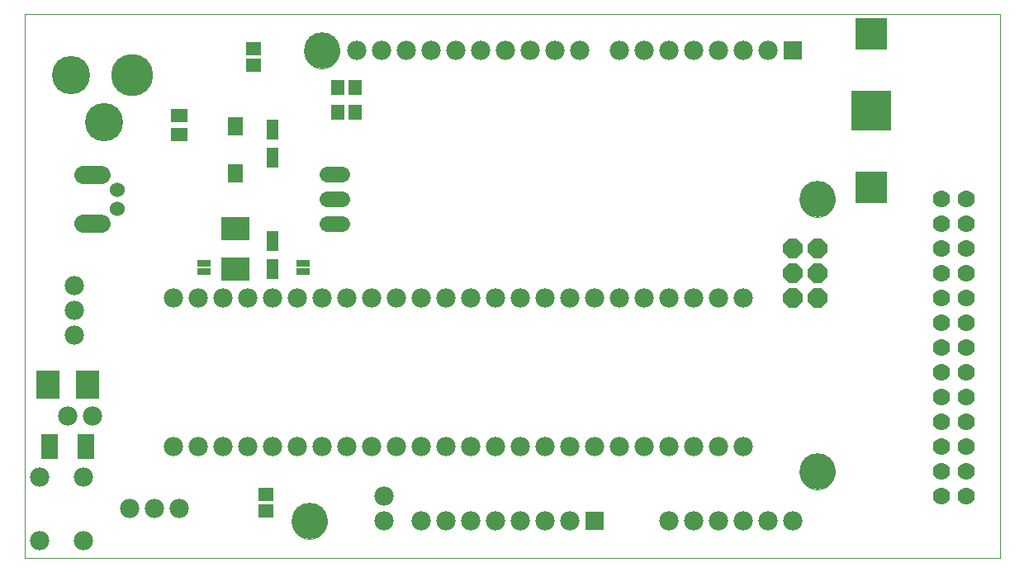
<source format=gts>
G75*
G70*
%OFA0B0*%
%FSLAX24Y24*%
%IPPOS*%
%LPD*%
%AMOC8*
5,1,8,0,0,1.08239X$1,22.5*
%
%ADD10C,0.0000*%
%ADD11C,0.1457*%
%ADD12C,0.0780*%
%ADD13R,0.0780X0.0780*%
%ADD14OC8,0.0780*%
%ADD15R,0.0552X0.0631*%
%ADD16C,0.0600*%
%ADD17C,0.1700*%
%ADD18C,0.1542*%
%ADD19C,0.0745*%
%ADD20C,0.0640*%
%ADD21R,0.0512X0.0827*%
%ADD22R,0.1140X0.0940*%
%ADD23R,0.0619X0.0737*%
%ADD24R,0.0540X0.0290*%
%ADD25R,0.1600X0.1600*%
%ADD26R,0.1290X0.1290*%
%ADD27C,0.0700*%
%ADD28R,0.0631X0.0552*%
%ADD29R,0.0940X0.1140*%
%ADD30R,0.0709X0.1024*%
%ADD31R,0.0670X0.0552*%
D10*
X001500Y003413D02*
X001500Y025409D01*
X040870Y025409D01*
X040870Y003413D01*
X001500Y003413D01*
X012291Y004913D02*
X012293Y004966D01*
X012299Y005019D01*
X012309Y005071D01*
X012322Y005122D01*
X012340Y005172D01*
X012361Y005221D01*
X012386Y005268D01*
X012414Y005312D01*
X012446Y005355D01*
X012480Y005395D01*
X012518Y005433D01*
X012558Y005467D01*
X012601Y005499D01*
X012646Y005527D01*
X012692Y005552D01*
X012741Y005573D01*
X012791Y005591D01*
X012842Y005604D01*
X012894Y005614D01*
X012947Y005620D01*
X013000Y005622D01*
X013053Y005620D01*
X013106Y005614D01*
X013158Y005604D01*
X013209Y005591D01*
X013259Y005573D01*
X013308Y005552D01*
X013355Y005527D01*
X013399Y005499D01*
X013442Y005467D01*
X013482Y005433D01*
X013520Y005395D01*
X013554Y005355D01*
X013586Y005312D01*
X013614Y005267D01*
X013639Y005221D01*
X013660Y005172D01*
X013678Y005122D01*
X013691Y005071D01*
X013701Y005019D01*
X013707Y004966D01*
X013709Y004913D01*
X013707Y004860D01*
X013701Y004807D01*
X013691Y004755D01*
X013678Y004704D01*
X013660Y004654D01*
X013639Y004605D01*
X013614Y004558D01*
X013586Y004514D01*
X013554Y004471D01*
X013520Y004431D01*
X013482Y004393D01*
X013442Y004359D01*
X013399Y004327D01*
X013354Y004299D01*
X013308Y004274D01*
X013259Y004253D01*
X013209Y004235D01*
X013158Y004222D01*
X013106Y004212D01*
X013053Y004206D01*
X013000Y004204D01*
X012947Y004206D01*
X012894Y004212D01*
X012842Y004222D01*
X012791Y004235D01*
X012741Y004253D01*
X012692Y004274D01*
X012645Y004299D01*
X012601Y004327D01*
X012558Y004359D01*
X012518Y004393D01*
X012480Y004431D01*
X012446Y004471D01*
X012414Y004514D01*
X012386Y004559D01*
X012361Y004605D01*
X012340Y004654D01*
X012322Y004704D01*
X012309Y004755D01*
X012299Y004807D01*
X012293Y004860D01*
X012291Y004913D01*
X032791Y006913D02*
X032793Y006966D01*
X032799Y007019D01*
X032809Y007071D01*
X032822Y007122D01*
X032840Y007172D01*
X032861Y007221D01*
X032886Y007268D01*
X032914Y007312D01*
X032946Y007355D01*
X032980Y007395D01*
X033018Y007433D01*
X033058Y007467D01*
X033101Y007499D01*
X033146Y007527D01*
X033192Y007552D01*
X033241Y007573D01*
X033291Y007591D01*
X033342Y007604D01*
X033394Y007614D01*
X033447Y007620D01*
X033500Y007622D01*
X033553Y007620D01*
X033606Y007614D01*
X033658Y007604D01*
X033709Y007591D01*
X033759Y007573D01*
X033808Y007552D01*
X033855Y007527D01*
X033899Y007499D01*
X033942Y007467D01*
X033982Y007433D01*
X034020Y007395D01*
X034054Y007355D01*
X034086Y007312D01*
X034114Y007267D01*
X034139Y007221D01*
X034160Y007172D01*
X034178Y007122D01*
X034191Y007071D01*
X034201Y007019D01*
X034207Y006966D01*
X034209Y006913D01*
X034207Y006860D01*
X034201Y006807D01*
X034191Y006755D01*
X034178Y006704D01*
X034160Y006654D01*
X034139Y006605D01*
X034114Y006558D01*
X034086Y006514D01*
X034054Y006471D01*
X034020Y006431D01*
X033982Y006393D01*
X033942Y006359D01*
X033899Y006327D01*
X033854Y006299D01*
X033808Y006274D01*
X033759Y006253D01*
X033709Y006235D01*
X033658Y006222D01*
X033606Y006212D01*
X033553Y006206D01*
X033500Y006204D01*
X033447Y006206D01*
X033394Y006212D01*
X033342Y006222D01*
X033291Y006235D01*
X033241Y006253D01*
X033192Y006274D01*
X033145Y006299D01*
X033101Y006327D01*
X033058Y006359D01*
X033018Y006393D01*
X032980Y006431D01*
X032946Y006471D01*
X032914Y006514D01*
X032886Y006559D01*
X032861Y006605D01*
X032840Y006654D01*
X032822Y006704D01*
X032809Y006755D01*
X032799Y006807D01*
X032793Y006860D01*
X032791Y006913D01*
X032791Y017913D02*
X032793Y017966D01*
X032799Y018019D01*
X032809Y018071D01*
X032822Y018122D01*
X032840Y018172D01*
X032861Y018221D01*
X032886Y018268D01*
X032914Y018312D01*
X032946Y018355D01*
X032980Y018395D01*
X033018Y018433D01*
X033058Y018467D01*
X033101Y018499D01*
X033146Y018527D01*
X033192Y018552D01*
X033241Y018573D01*
X033291Y018591D01*
X033342Y018604D01*
X033394Y018614D01*
X033447Y018620D01*
X033500Y018622D01*
X033553Y018620D01*
X033606Y018614D01*
X033658Y018604D01*
X033709Y018591D01*
X033759Y018573D01*
X033808Y018552D01*
X033855Y018527D01*
X033899Y018499D01*
X033942Y018467D01*
X033982Y018433D01*
X034020Y018395D01*
X034054Y018355D01*
X034086Y018312D01*
X034114Y018267D01*
X034139Y018221D01*
X034160Y018172D01*
X034178Y018122D01*
X034191Y018071D01*
X034201Y018019D01*
X034207Y017966D01*
X034209Y017913D01*
X034207Y017860D01*
X034201Y017807D01*
X034191Y017755D01*
X034178Y017704D01*
X034160Y017654D01*
X034139Y017605D01*
X034114Y017558D01*
X034086Y017514D01*
X034054Y017471D01*
X034020Y017431D01*
X033982Y017393D01*
X033942Y017359D01*
X033899Y017327D01*
X033854Y017299D01*
X033808Y017274D01*
X033759Y017253D01*
X033709Y017235D01*
X033658Y017222D01*
X033606Y017212D01*
X033553Y017206D01*
X033500Y017204D01*
X033447Y017206D01*
X033394Y017212D01*
X033342Y017222D01*
X033291Y017235D01*
X033241Y017253D01*
X033192Y017274D01*
X033145Y017299D01*
X033101Y017327D01*
X033058Y017359D01*
X033018Y017393D01*
X032980Y017431D01*
X032946Y017471D01*
X032914Y017514D01*
X032886Y017559D01*
X032861Y017605D01*
X032840Y017654D01*
X032822Y017704D01*
X032809Y017755D01*
X032799Y017807D01*
X032793Y017860D01*
X032791Y017913D01*
X012791Y023913D02*
X012793Y023966D01*
X012799Y024019D01*
X012809Y024071D01*
X012822Y024122D01*
X012840Y024172D01*
X012861Y024221D01*
X012886Y024268D01*
X012914Y024312D01*
X012946Y024355D01*
X012980Y024395D01*
X013018Y024433D01*
X013058Y024467D01*
X013101Y024499D01*
X013146Y024527D01*
X013192Y024552D01*
X013241Y024573D01*
X013291Y024591D01*
X013342Y024604D01*
X013394Y024614D01*
X013447Y024620D01*
X013500Y024622D01*
X013553Y024620D01*
X013606Y024614D01*
X013658Y024604D01*
X013709Y024591D01*
X013759Y024573D01*
X013808Y024552D01*
X013855Y024527D01*
X013899Y024499D01*
X013942Y024467D01*
X013982Y024433D01*
X014020Y024395D01*
X014054Y024355D01*
X014086Y024312D01*
X014114Y024267D01*
X014139Y024221D01*
X014160Y024172D01*
X014178Y024122D01*
X014191Y024071D01*
X014201Y024019D01*
X014207Y023966D01*
X014209Y023913D01*
X014207Y023860D01*
X014201Y023807D01*
X014191Y023755D01*
X014178Y023704D01*
X014160Y023654D01*
X014139Y023605D01*
X014114Y023558D01*
X014086Y023514D01*
X014054Y023471D01*
X014020Y023431D01*
X013982Y023393D01*
X013942Y023359D01*
X013899Y023327D01*
X013854Y023299D01*
X013808Y023274D01*
X013759Y023253D01*
X013709Y023235D01*
X013658Y023222D01*
X013606Y023212D01*
X013553Y023206D01*
X013500Y023204D01*
X013447Y023206D01*
X013394Y023212D01*
X013342Y023222D01*
X013291Y023235D01*
X013241Y023253D01*
X013192Y023274D01*
X013145Y023299D01*
X013101Y023327D01*
X013058Y023359D01*
X013018Y023393D01*
X012980Y023431D01*
X012946Y023471D01*
X012914Y023514D01*
X012886Y023559D01*
X012861Y023605D01*
X012840Y023654D01*
X012822Y023704D01*
X012809Y023755D01*
X012799Y023807D01*
X012793Y023860D01*
X012791Y023913D01*
D11*
X013500Y023913D03*
X033500Y017913D03*
X033500Y006913D03*
X013000Y004913D03*
D12*
X016000Y004913D03*
X016000Y005913D03*
X017500Y004913D03*
X018500Y004913D03*
X019500Y004913D03*
X020500Y004913D03*
X021500Y004913D03*
X022500Y004913D03*
X023500Y004913D03*
X027500Y004913D03*
X028500Y004913D03*
X029500Y004913D03*
X030500Y004913D03*
X031500Y004913D03*
X032500Y004913D03*
X030500Y007913D03*
X029500Y007913D03*
X028500Y007913D03*
X027500Y007913D03*
X026500Y007913D03*
X025500Y007913D03*
X024500Y007913D03*
X023500Y007913D03*
X022500Y007913D03*
X021500Y007913D03*
X020500Y007913D03*
X019500Y007913D03*
X018500Y007913D03*
X017500Y007913D03*
X016500Y007913D03*
X015500Y007913D03*
X014500Y007913D03*
X013500Y007913D03*
X012500Y007913D03*
X011500Y007913D03*
X010500Y007913D03*
X009500Y007913D03*
X008500Y007913D03*
X007500Y007913D03*
X004250Y009163D03*
X003250Y009163D03*
X003890Y006693D03*
X002110Y006693D03*
X005750Y005413D03*
X006750Y005413D03*
X007750Y005413D03*
X003890Y004133D03*
X002110Y004133D03*
X003500Y012413D03*
X003500Y013413D03*
X003500Y014413D03*
X007500Y013913D03*
X008500Y013913D03*
X009500Y013913D03*
X010500Y013913D03*
X011500Y013913D03*
X012500Y013913D03*
X013500Y013913D03*
X014500Y013913D03*
X015500Y013913D03*
X016500Y013913D03*
X017500Y013913D03*
X018500Y013913D03*
X019500Y013913D03*
X020500Y013913D03*
X021500Y013913D03*
X022500Y013913D03*
X023500Y013913D03*
X024500Y013913D03*
X025500Y013913D03*
X026500Y013913D03*
X027500Y013913D03*
X028500Y013913D03*
X029500Y013913D03*
X030500Y013913D03*
X030500Y023913D03*
X029500Y023913D03*
X028500Y023913D03*
X027500Y023913D03*
X026500Y023913D03*
X025500Y023913D03*
X023900Y023913D03*
X022900Y023913D03*
X021900Y023913D03*
X020900Y023913D03*
X019900Y023913D03*
X018900Y023913D03*
X017900Y023913D03*
X016900Y023913D03*
X015900Y023913D03*
X014900Y023913D03*
X031500Y023913D03*
D13*
X032500Y023913D03*
X024500Y004913D03*
D14*
X032500Y013913D03*
X033500Y013913D03*
X033500Y014913D03*
X032500Y014913D03*
X032500Y015913D03*
X033500Y015913D03*
D15*
X014835Y021413D03*
X014165Y021413D03*
X014165Y022413D03*
X014835Y022413D03*
D16*
X005250Y018307D03*
X005250Y017519D03*
D17*
X005854Y022913D03*
D18*
X003394Y022913D03*
X004732Y021023D03*
D19*
X004603Y018897D02*
X003898Y018897D01*
X003898Y016929D02*
X004603Y016929D01*
D20*
X013700Y016913D02*
X014300Y016913D01*
X014300Y017913D02*
X013700Y017913D01*
X013700Y018913D02*
X014300Y018913D01*
D21*
X011500Y019612D03*
X011500Y020714D03*
X011500Y016214D03*
X011500Y015112D03*
D22*
X010000Y015107D03*
X010000Y016719D03*
D23*
X010000Y018968D03*
X010000Y020858D03*
D24*
X008750Y015340D03*
X008750Y014986D03*
X012750Y014986D03*
X012750Y015340D03*
D25*
X035677Y021486D03*
D26*
X035677Y018386D03*
X035677Y024586D03*
D27*
X038500Y017913D03*
X039500Y017913D03*
X039500Y016913D03*
X038500Y016913D03*
X038500Y015913D03*
X039500Y015913D03*
X039500Y014913D03*
X038500Y014913D03*
X038500Y013913D03*
X039500Y013913D03*
X039500Y012913D03*
X038500Y012913D03*
X038500Y011913D03*
X039500Y011913D03*
X039500Y010913D03*
X038500Y010913D03*
X038500Y009913D03*
X039500Y009913D03*
X039500Y008913D03*
X038500Y008913D03*
X038500Y007913D03*
X039500Y007913D03*
X039500Y006913D03*
X038500Y006913D03*
X038500Y005913D03*
X039500Y005913D03*
D28*
X011250Y005998D03*
X011250Y005328D03*
X010750Y023328D03*
X010750Y023998D03*
D29*
X004056Y010413D03*
X002444Y010413D03*
D30*
X002502Y007913D03*
X003998Y007913D03*
D31*
X007750Y020519D03*
X007750Y021307D03*
M02*

</source>
